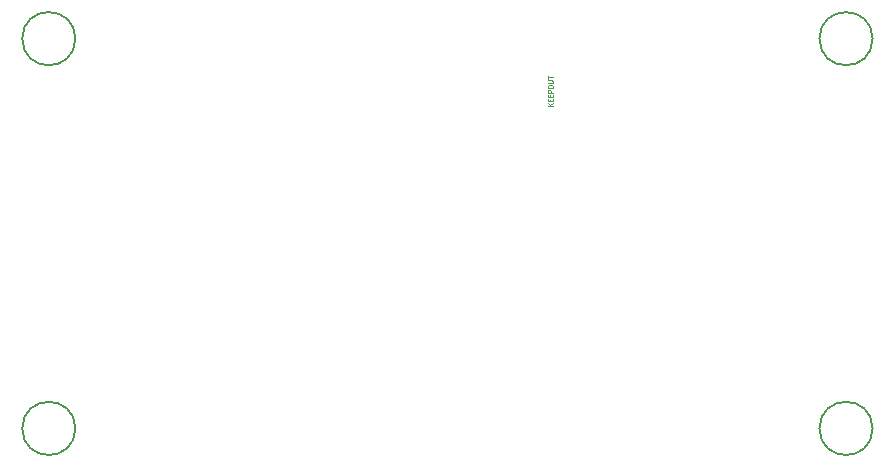
<source format=gbr>
%TF.GenerationSoftware,KiCad,Pcbnew,8.0.4*%
%TF.CreationDate,2024-11-25T16:05:12+13:00*%
%TF.ProjectId,CDRC,43445243-2e6b-4696-9361-645f70636258,B*%
%TF.SameCoordinates,Original*%
%TF.FileFunction,Other,Comment*%
%FSLAX46Y46*%
G04 Gerber Fmt 4.6, Leading zero omitted, Abs format (unit mm)*
G04 Created by KiCad (PCBNEW 8.0.4) date 2024-11-25 16:05:12*
%MOMM*%
%LPD*%
G01*
G04 APERTURE LIST*
%ADD10C,0.070000*%
%ADD11C,0.150000*%
G04 APERTURE END LIST*
D10*
X58681407Y-11198095D02*
X58281407Y-11198095D01*
X58681407Y-10969524D02*
X58452836Y-11140953D01*
X58281407Y-10969524D02*
X58509979Y-11198095D01*
X58471883Y-10798095D02*
X58471883Y-10664762D01*
X58681407Y-10607619D02*
X58681407Y-10798095D01*
X58681407Y-10798095D02*
X58281407Y-10798095D01*
X58281407Y-10798095D02*
X58281407Y-10607619D01*
X58471883Y-10436190D02*
X58471883Y-10302857D01*
X58681407Y-10245714D02*
X58681407Y-10436190D01*
X58681407Y-10436190D02*
X58281407Y-10436190D01*
X58281407Y-10436190D02*
X58281407Y-10245714D01*
X58681407Y-10074285D02*
X58281407Y-10074285D01*
X58281407Y-10074285D02*
X58281407Y-9921904D01*
X58281407Y-9921904D02*
X58300455Y-9883809D01*
X58300455Y-9883809D02*
X58319502Y-9864762D01*
X58319502Y-9864762D02*
X58357598Y-9845714D01*
X58357598Y-9845714D02*
X58414740Y-9845714D01*
X58414740Y-9845714D02*
X58452836Y-9864762D01*
X58452836Y-9864762D02*
X58471883Y-9883809D01*
X58471883Y-9883809D02*
X58490931Y-9921904D01*
X58490931Y-9921904D02*
X58490931Y-10074285D01*
X58281407Y-9598095D02*
X58281407Y-9521904D01*
X58281407Y-9521904D02*
X58300455Y-9483809D01*
X58300455Y-9483809D02*
X58338550Y-9445714D01*
X58338550Y-9445714D02*
X58414740Y-9426666D01*
X58414740Y-9426666D02*
X58548074Y-9426666D01*
X58548074Y-9426666D02*
X58624264Y-9445714D01*
X58624264Y-9445714D02*
X58662360Y-9483809D01*
X58662360Y-9483809D02*
X58681407Y-9521904D01*
X58681407Y-9521904D02*
X58681407Y-9598095D01*
X58681407Y-9598095D02*
X58662360Y-9636190D01*
X58662360Y-9636190D02*
X58624264Y-9674285D01*
X58624264Y-9674285D02*
X58548074Y-9693333D01*
X58548074Y-9693333D02*
X58414740Y-9693333D01*
X58414740Y-9693333D02*
X58338550Y-9674285D01*
X58338550Y-9674285D02*
X58300455Y-9636190D01*
X58300455Y-9636190D02*
X58281407Y-9598095D01*
X58281407Y-9255237D02*
X58605217Y-9255237D01*
X58605217Y-9255237D02*
X58643312Y-9236190D01*
X58643312Y-9236190D02*
X58662360Y-9217142D01*
X58662360Y-9217142D02*
X58681407Y-9179047D01*
X58681407Y-9179047D02*
X58681407Y-9102856D01*
X58681407Y-9102856D02*
X58662360Y-9064761D01*
X58662360Y-9064761D02*
X58643312Y-9045714D01*
X58643312Y-9045714D02*
X58605217Y-9026666D01*
X58605217Y-9026666D02*
X58281407Y-9026666D01*
X58281407Y-8893332D02*
X58281407Y-8664761D01*
X58681407Y-8779047D02*
X58281407Y-8779047D01*
D11*
%TO.C,H104*%
X85750000Y-38500000D02*
G75*
G02*
X81250000Y-38500000I-2250000J0D01*
G01*
X81250000Y-38500000D02*
G75*
G02*
X85750000Y-38500000I2250000J0D01*
G01*
%TO.C,H102*%
X85750000Y-5500000D02*
G75*
G02*
X81250000Y-5500000I-2250000J0D01*
G01*
X81250000Y-5500000D02*
G75*
G02*
X85750000Y-5500000I2250000J0D01*
G01*
%TO.C,H103*%
X18250000Y-5500000D02*
G75*
G02*
X13750000Y-5500000I-2250000J0D01*
G01*
X13750000Y-5500000D02*
G75*
G02*
X18250000Y-5500000I2250000J0D01*
G01*
%TO.C,H101*%
X18250000Y-38500000D02*
G75*
G02*
X13750000Y-38500000I-2250000J0D01*
G01*
X13750000Y-38500000D02*
G75*
G02*
X18250000Y-38500000I2250000J0D01*
G01*
%TD*%
M02*

</source>
